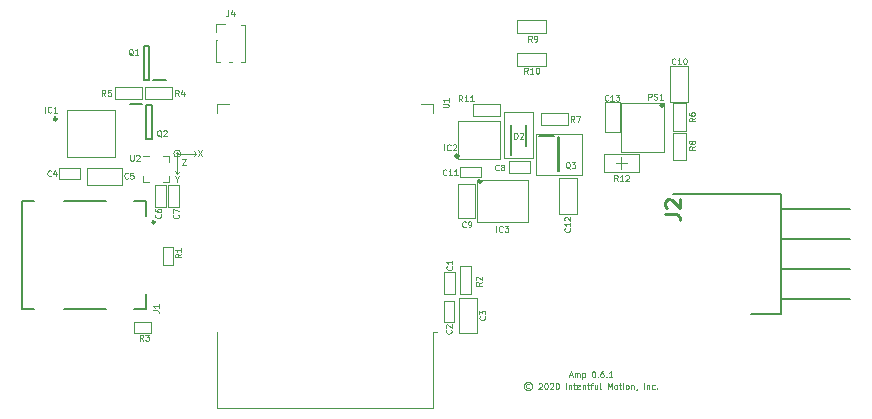
<source format=gbr>
G04 #@! TF.GenerationSoftware,KiCad,Pcbnew,(5.1.5)-3*
G04 #@! TF.CreationDate,2020-03-20T14:52:30-04:00*
G04 #@! TF.ProjectId,amp,616d702e-6b69-4636-9164-5f7063625858,0.6.0*
G04 #@! TF.SameCoordinates,Original*
G04 #@! TF.FileFunction,Legend,Top*
G04 #@! TF.FilePolarity,Positive*
%FSLAX46Y46*%
G04 Gerber Fmt 4.6, Leading zero omitted, Abs format (unit mm)*
G04 Created by KiCad (PCBNEW (5.1.5)-3) date 2020-03-20 14:52:30*
%MOMM*%
%LPD*%
G04 APERTURE LIST*
%ADD10C,0.100000*%
%ADD11C,0.200000*%
%ADD12C,0.250000*%
%ADD13C,0.127000*%
%ADD14C,0.050000*%
%ADD15C,0.120000*%
%ADD16C,0.254000*%
G04 APERTURE END LIST*
D10*
X67300000Y-46300000D02*
G75*
G03X67300000Y-46300000I-300000J0D01*
G01*
X67100000Y-46300000D02*
G75*
G03X67100000Y-46300000I-100000J0D01*
G01*
X67433333Y-46726190D02*
X67766666Y-46726190D01*
X67433333Y-47226190D01*
X67766666Y-47226190D01*
X67000000Y-48488095D02*
X67000000Y-48726190D01*
X66833333Y-48226190D02*
X67000000Y-48488095D01*
X67166666Y-48226190D01*
X68733333Y-46026190D02*
X69066666Y-46526190D01*
X69066666Y-46026190D02*
X68733333Y-46526190D01*
X68600000Y-46300000D02*
X68400000Y-46500000D01*
X68600000Y-46300000D02*
X68400000Y-46100000D01*
X67000000Y-46300000D02*
X68600000Y-46300000D01*
X67000000Y-48000000D02*
X66800000Y-47800000D01*
X67000000Y-48000000D02*
X67200000Y-47800000D01*
X67000000Y-46300000D02*
X67000000Y-48000000D01*
X66550000Y-40700000D02*
X64250000Y-40700000D01*
X66550000Y-41700000D02*
X66550000Y-40700000D01*
X64250000Y-41700000D02*
X66550000Y-41700000D01*
X64250000Y-40700000D02*
X64250000Y-41700000D01*
X64050000Y-40700000D02*
X61750000Y-40700000D01*
X64050000Y-41700000D02*
X64050000Y-40700000D01*
X61750000Y-41700000D02*
X64050000Y-41700000D01*
X61750000Y-40700000D02*
X61750000Y-41700000D01*
X61700000Y-42600000D02*
X57700000Y-42600000D01*
X61700000Y-46600000D02*
X61700000Y-42600000D01*
X57700000Y-46600000D02*
X61700000Y-46600000D01*
X57700000Y-42600000D02*
X57700000Y-46600000D01*
X58800000Y-47550000D02*
X57000000Y-47550000D01*
X58800000Y-48450000D02*
X58800000Y-47550000D01*
X57000000Y-48450000D02*
X58800000Y-48450000D01*
X57000000Y-47550000D02*
X57000000Y-48450000D01*
X62350000Y-47500000D02*
X59350000Y-47500000D01*
X62350000Y-49000000D02*
X62350000Y-47500000D01*
X59350000Y-49000000D02*
X62350000Y-49000000D01*
X59350000Y-47500000D02*
X59350000Y-49000000D01*
X67150000Y-49000000D02*
X66250000Y-49000000D01*
X67150000Y-50800000D02*
X67150000Y-49000000D01*
X66250000Y-50800000D02*
X67150000Y-50800000D01*
X66250000Y-49000000D02*
X66250000Y-50800000D01*
X65200000Y-49000000D02*
X65150000Y-49000000D01*
X66050000Y-49000000D02*
X65200000Y-49000000D01*
X66050000Y-50800000D02*
X66050000Y-49000000D01*
X65150000Y-50800000D02*
X66050000Y-50800000D01*
X65150000Y-49000000D02*
X65150000Y-50800000D01*
X66650000Y-54300000D02*
X66650000Y-54250000D01*
X66650000Y-55700000D02*
X66650000Y-54300000D01*
X65750000Y-55700000D02*
X66650000Y-55700000D01*
X65750000Y-54250000D02*
X65750000Y-55700000D01*
X66650000Y-54250000D02*
X65750000Y-54250000D01*
X64750000Y-60550000D02*
X63300000Y-60550000D01*
X64750000Y-61450000D02*
X64750000Y-60550000D01*
X63300000Y-61450000D02*
X64750000Y-61450000D01*
X63300000Y-60550000D02*
X63300000Y-61450000D01*
X98200000Y-37750000D02*
X98150000Y-37750000D01*
X98200000Y-38850000D02*
X98200000Y-37750000D01*
X95800000Y-38850000D02*
X98200000Y-38850000D01*
X95800000Y-37750000D02*
X95800000Y-38850000D01*
X98150000Y-37750000D02*
X95800000Y-37750000D01*
X98200000Y-35000000D02*
X98200000Y-34950000D01*
X98200000Y-36050000D02*
X98200000Y-35000000D01*
X95800000Y-36050000D02*
X98200000Y-36050000D01*
X95800000Y-34950000D02*
X95800000Y-36050000D01*
X98200000Y-34950000D02*
X95800000Y-34950000D01*
X108750000Y-41900000D02*
X108750000Y-38900000D01*
X110250000Y-41900000D02*
X108750000Y-41900000D01*
X110250000Y-38900000D02*
X110250000Y-41900000D01*
X108750000Y-38900000D02*
X110250000Y-38900000D01*
X110050000Y-44550000D02*
X108950000Y-44550000D01*
X110050000Y-46850000D02*
X110050000Y-44550000D01*
X108950000Y-46850000D02*
X110050000Y-46850000D01*
X108950000Y-44550000D02*
X108950000Y-46850000D01*
X110050000Y-42050000D02*
X108950000Y-42050000D01*
X110050000Y-44350000D02*
X110050000Y-42050000D01*
X108950000Y-44350000D02*
X110050000Y-44350000D01*
X108950000Y-42050000D02*
X108950000Y-44350000D01*
X108200000Y-42000000D02*
X104600000Y-42000000D01*
X108200000Y-46200000D02*
X108200000Y-42000000D01*
X104600000Y-46200000D02*
X108200000Y-46200000D01*
X104600000Y-42000000D02*
X104600000Y-46200000D01*
X104450000Y-42000000D02*
X104450000Y-41950000D01*
X104450000Y-44450000D02*
X104450000Y-42000000D01*
X103200000Y-44450000D02*
X104450000Y-44450000D01*
X103200000Y-41950000D02*
X103200000Y-44450000D01*
X104450000Y-41950000D02*
X103200000Y-41950000D01*
X106050000Y-46350000D02*
X103150000Y-46350000D01*
X106050000Y-47850000D02*
X106050000Y-46350000D01*
X103150000Y-47850000D02*
X106050000Y-47850000D01*
X103150000Y-46350000D02*
X103150000Y-47850000D01*
X100850000Y-48400000D02*
X99350000Y-48400000D01*
X100850000Y-51400000D02*
X100850000Y-48400000D01*
X99350000Y-51400000D02*
X100850000Y-51400000D01*
X99350000Y-48400000D02*
X99350000Y-51400000D01*
X96650000Y-48500000D02*
X92400000Y-48500000D01*
X96650000Y-52100000D02*
X96650000Y-48500000D01*
X92400000Y-52100000D02*
X96650000Y-52100000D01*
X92400000Y-48500000D02*
X92400000Y-52100000D01*
X96900000Y-46950000D02*
X95050000Y-46950000D01*
X96900000Y-47950000D02*
X96900000Y-46950000D01*
X95050000Y-47950000D02*
X96900000Y-47950000D01*
X95050000Y-46950000D02*
X95050000Y-47950000D01*
X97750000Y-42850000D02*
X97750000Y-43850000D01*
X100050000Y-42850000D02*
X97750000Y-42850000D01*
X100050000Y-43850000D02*
X100050000Y-42850000D01*
X97750000Y-43850000D02*
X100050000Y-43850000D01*
X97400000Y-44600000D02*
X97350000Y-44600000D01*
X101250000Y-44600000D02*
X97400000Y-44600000D01*
X101250000Y-48100000D02*
X101250000Y-44600000D01*
X97350000Y-48100000D02*
X101250000Y-48100000D01*
X97350000Y-44600000D02*
X97350000Y-48100000D01*
X97100000Y-42800000D02*
X94700000Y-42800000D01*
X97100000Y-46700000D02*
X97100000Y-42800000D01*
X94700000Y-46700000D02*
X97100000Y-46700000D01*
X94700000Y-42800000D02*
X94700000Y-46700000D01*
X92000000Y-42100000D02*
X92000000Y-43100000D01*
X94300000Y-42100000D02*
X92000000Y-42100000D01*
X94300000Y-43100000D02*
X94300000Y-42100000D01*
X92000000Y-43100000D02*
X94300000Y-43100000D01*
X90800000Y-43550000D02*
X90800000Y-46750000D01*
X94300000Y-43550000D02*
X90800000Y-43550000D01*
X94300000Y-46750000D02*
X94300000Y-43550000D01*
X90800000Y-46750000D02*
X94300000Y-46750000D01*
X90950000Y-48250000D02*
X90950000Y-48300000D01*
X90950000Y-47400000D02*
X90950000Y-48250000D01*
X92750000Y-47400000D02*
X90950000Y-47400000D01*
X92750000Y-48300000D02*
X92750000Y-47400000D01*
X90950000Y-48300000D02*
X92750000Y-48300000D01*
X92200000Y-51750000D02*
X92200000Y-48850000D01*
X90800000Y-51750000D02*
X92200000Y-51750000D01*
X92200000Y-48850000D02*
X90800000Y-48850000D01*
X90800000Y-48850000D02*
X90800000Y-51750000D01*
X90550000Y-58200000D02*
X90550000Y-56350000D01*
X90500000Y-58200000D02*
X90550000Y-58200000D01*
X89600000Y-58200000D02*
X90500000Y-58200000D01*
X89600000Y-56350000D02*
X89600000Y-58200000D01*
X90550000Y-56350000D02*
X89600000Y-56350000D01*
X91900000Y-58150000D02*
X91900000Y-55850000D01*
X90900000Y-58150000D02*
X91900000Y-58150000D01*
X90900000Y-55850000D02*
X90900000Y-58150000D01*
X91900000Y-55850000D02*
X90900000Y-55850000D01*
X89550000Y-60550000D02*
X90450000Y-60550000D01*
X89550000Y-58750000D02*
X89550000Y-60550000D01*
X90450000Y-58750000D02*
X89550000Y-58750000D01*
X90450000Y-60550000D02*
X90450000Y-58750000D01*
X90850000Y-58500000D02*
X90850000Y-61500000D01*
X92350000Y-58500000D02*
X90850000Y-58500000D01*
X92350000Y-61500000D02*
X92350000Y-58500000D01*
X90850000Y-61500000D02*
X92350000Y-61500000D01*
X100178571Y-65083333D02*
X100416666Y-65083333D01*
X100130952Y-65226190D02*
X100297619Y-64726190D01*
X100464285Y-65226190D01*
X100630952Y-65226190D02*
X100630952Y-64892857D01*
X100630952Y-64940476D02*
X100654761Y-64916666D01*
X100702380Y-64892857D01*
X100773809Y-64892857D01*
X100821428Y-64916666D01*
X100845238Y-64964285D01*
X100845238Y-65226190D01*
X100845238Y-64964285D02*
X100869047Y-64916666D01*
X100916666Y-64892857D01*
X100988095Y-64892857D01*
X101035714Y-64916666D01*
X101059523Y-64964285D01*
X101059523Y-65226190D01*
X101297619Y-64892857D02*
X101297619Y-65392857D01*
X101297619Y-64916666D02*
X101345238Y-64892857D01*
X101440476Y-64892857D01*
X101488095Y-64916666D01*
X101511904Y-64940476D01*
X101535714Y-64988095D01*
X101535714Y-65130952D01*
X101511904Y-65178571D01*
X101488095Y-65202380D01*
X101440476Y-65226190D01*
X101345238Y-65226190D01*
X101297619Y-65202380D01*
X102226190Y-64726190D02*
X102273809Y-64726190D01*
X102321428Y-64750000D01*
X102345238Y-64773809D01*
X102369047Y-64821428D01*
X102392857Y-64916666D01*
X102392857Y-65035714D01*
X102369047Y-65130952D01*
X102345238Y-65178571D01*
X102321428Y-65202380D01*
X102273809Y-65226190D01*
X102226190Y-65226190D01*
X102178571Y-65202380D01*
X102154761Y-65178571D01*
X102130952Y-65130952D01*
X102107142Y-65035714D01*
X102107142Y-64916666D01*
X102130952Y-64821428D01*
X102154761Y-64773809D01*
X102178571Y-64750000D01*
X102226190Y-64726190D01*
X102607142Y-65178571D02*
X102630952Y-65202380D01*
X102607142Y-65226190D01*
X102583333Y-65202380D01*
X102607142Y-65178571D01*
X102607142Y-65226190D01*
X103059523Y-64726190D02*
X102964285Y-64726190D01*
X102916666Y-64750000D01*
X102892857Y-64773809D01*
X102845238Y-64845238D01*
X102821428Y-64940476D01*
X102821428Y-65130952D01*
X102845238Y-65178571D01*
X102869047Y-65202380D01*
X102916666Y-65226190D01*
X103011904Y-65226190D01*
X103059523Y-65202380D01*
X103083333Y-65178571D01*
X103107142Y-65130952D01*
X103107142Y-65011904D01*
X103083333Y-64964285D01*
X103059523Y-64940476D01*
X103011904Y-64916666D01*
X102916666Y-64916666D01*
X102869047Y-64940476D01*
X102845238Y-64964285D01*
X102821428Y-65011904D01*
X103321428Y-65178571D02*
X103345238Y-65202380D01*
X103321428Y-65226190D01*
X103297619Y-65202380D01*
X103321428Y-65178571D01*
X103321428Y-65226190D01*
X103821428Y-65226190D02*
X103535714Y-65226190D01*
X103678571Y-65226190D02*
X103678571Y-64726190D01*
X103630952Y-64797619D01*
X103583333Y-64845238D01*
X103535714Y-64869047D01*
X96785714Y-65845238D02*
X96738095Y-65821428D01*
X96642857Y-65821428D01*
X96595238Y-65845238D01*
X96547619Y-65892857D01*
X96523809Y-65940476D01*
X96523809Y-66035714D01*
X96547619Y-66083333D01*
X96595238Y-66130952D01*
X96642857Y-66154761D01*
X96738095Y-66154761D01*
X96785714Y-66130952D01*
X96690476Y-65654761D02*
X96571428Y-65678571D01*
X96452380Y-65750000D01*
X96380952Y-65869047D01*
X96357142Y-65988095D01*
X96380952Y-66107142D01*
X96452380Y-66226190D01*
X96571428Y-66297619D01*
X96690476Y-66321428D01*
X96809523Y-66297619D01*
X96928571Y-66226190D01*
X97000000Y-66107142D01*
X97023809Y-65988095D01*
X97000000Y-65869047D01*
X96928571Y-65750000D01*
X96809523Y-65678571D01*
X96690476Y-65654761D01*
X97595238Y-65773809D02*
X97619047Y-65750000D01*
X97666666Y-65726190D01*
X97785714Y-65726190D01*
X97833333Y-65750000D01*
X97857142Y-65773809D01*
X97880952Y-65821428D01*
X97880952Y-65869047D01*
X97857142Y-65940476D01*
X97571428Y-66226190D01*
X97880952Y-66226190D01*
X98190476Y-65726190D02*
X98238095Y-65726190D01*
X98285714Y-65750000D01*
X98309523Y-65773809D01*
X98333333Y-65821428D01*
X98357142Y-65916666D01*
X98357142Y-66035714D01*
X98333333Y-66130952D01*
X98309523Y-66178571D01*
X98285714Y-66202380D01*
X98238095Y-66226190D01*
X98190476Y-66226190D01*
X98142857Y-66202380D01*
X98119047Y-66178571D01*
X98095238Y-66130952D01*
X98071428Y-66035714D01*
X98071428Y-65916666D01*
X98095238Y-65821428D01*
X98119047Y-65773809D01*
X98142857Y-65750000D01*
X98190476Y-65726190D01*
X98547619Y-65773809D02*
X98571428Y-65750000D01*
X98619047Y-65726190D01*
X98738095Y-65726190D01*
X98785714Y-65750000D01*
X98809523Y-65773809D01*
X98833333Y-65821428D01*
X98833333Y-65869047D01*
X98809523Y-65940476D01*
X98523809Y-66226190D01*
X98833333Y-66226190D01*
X99142857Y-65726190D02*
X99190476Y-65726190D01*
X99238095Y-65750000D01*
X99261904Y-65773809D01*
X99285714Y-65821428D01*
X99309523Y-65916666D01*
X99309523Y-66035714D01*
X99285714Y-66130952D01*
X99261904Y-66178571D01*
X99238095Y-66202380D01*
X99190476Y-66226190D01*
X99142857Y-66226190D01*
X99095238Y-66202380D01*
X99071428Y-66178571D01*
X99047619Y-66130952D01*
X99023809Y-66035714D01*
X99023809Y-65916666D01*
X99047619Y-65821428D01*
X99071428Y-65773809D01*
X99095238Y-65750000D01*
X99142857Y-65726190D01*
X99904761Y-66226190D02*
X99904761Y-65726190D01*
X100142857Y-65892857D02*
X100142857Y-66226190D01*
X100142857Y-65940476D02*
X100166666Y-65916666D01*
X100214285Y-65892857D01*
X100285714Y-65892857D01*
X100333333Y-65916666D01*
X100357142Y-65964285D01*
X100357142Y-66226190D01*
X100523809Y-65892857D02*
X100714285Y-65892857D01*
X100595238Y-65726190D02*
X100595238Y-66154761D01*
X100619047Y-66202380D01*
X100666666Y-66226190D01*
X100714285Y-66226190D01*
X101071428Y-66202380D02*
X101023809Y-66226190D01*
X100928571Y-66226190D01*
X100880952Y-66202380D01*
X100857142Y-66154761D01*
X100857142Y-65964285D01*
X100880952Y-65916666D01*
X100928571Y-65892857D01*
X101023809Y-65892857D01*
X101071428Y-65916666D01*
X101095238Y-65964285D01*
X101095238Y-66011904D01*
X100857142Y-66059523D01*
X101309523Y-65892857D02*
X101309523Y-66226190D01*
X101309523Y-65940476D02*
X101333333Y-65916666D01*
X101380952Y-65892857D01*
X101452380Y-65892857D01*
X101500000Y-65916666D01*
X101523809Y-65964285D01*
X101523809Y-66226190D01*
X101690476Y-65892857D02*
X101880952Y-65892857D01*
X101761904Y-65726190D02*
X101761904Y-66154761D01*
X101785714Y-66202380D01*
X101833333Y-66226190D01*
X101880952Y-66226190D01*
X101976190Y-65892857D02*
X102166666Y-65892857D01*
X102047619Y-66226190D02*
X102047619Y-65797619D01*
X102071428Y-65750000D01*
X102119047Y-65726190D01*
X102166666Y-65726190D01*
X102547619Y-65892857D02*
X102547619Y-66226190D01*
X102333333Y-65892857D02*
X102333333Y-66154761D01*
X102357142Y-66202380D01*
X102404761Y-66226190D01*
X102476190Y-66226190D01*
X102523809Y-66202380D01*
X102547619Y-66178571D01*
X102857142Y-66226190D02*
X102809523Y-66202380D01*
X102785714Y-66154761D01*
X102785714Y-65726190D01*
X103428571Y-66226190D02*
X103428571Y-65726190D01*
X103595238Y-66083333D01*
X103761904Y-65726190D01*
X103761904Y-66226190D01*
X104071428Y-66226190D02*
X104023809Y-66202380D01*
X104000000Y-66178571D01*
X103976190Y-66130952D01*
X103976190Y-65988095D01*
X104000000Y-65940476D01*
X104023809Y-65916666D01*
X104071428Y-65892857D01*
X104142857Y-65892857D01*
X104190476Y-65916666D01*
X104214285Y-65940476D01*
X104238095Y-65988095D01*
X104238095Y-66130952D01*
X104214285Y-66178571D01*
X104190476Y-66202380D01*
X104142857Y-66226190D01*
X104071428Y-66226190D01*
X104380952Y-65892857D02*
X104571428Y-65892857D01*
X104452380Y-65726190D02*
X104452380Y-66154761D01*
X104476190Y-66202380D01*
X104523809Y-66226190D01*
X104571428Y-66226190D01*
X104738095Y-66226190D02*
X104738095Y-65892857D01*
X104738095Y-65726190D02*
X104714285Y-65750000D01*
X104738095Y-65773809D01*
X104761904Y-65750000D01*
X104738095Y-65726190D01*
X104738095Y-65773809D01*
X105047619Y-66226190D02*
X105000000Y-66202380D01*
X104976190Y-66178571D01*
X104952380Y-66130952D01*
X104952380Y-65988095D01*
X104976190Y-65940476D01*
X105000000Y-65916666D01*
X105047619Y-65892857D01*
X105119047Y-65892857D01*
X105166666Y-65916666D01*
X105190476Y-65940476D01*
X105214285Y-65988095D01*
X105214285Y-66130952D01*
X105190476Y-66178571D01*
X105166666Y-66202380D01*
X105119047Y-66226190D01*
X105047619Y-66226190D01*
X105428571Y-65892857D02*
X105428571Y-66226190D01*
X105428571Y-65940476D02*
X105452380Y-65916666D01*
X105500000Y-65892857D01*
X105571428Y-65892857D01*
X105619047Y-65916666D01*
X105642857Y-65964285D01*
X105642857Y-66226190D01*
X105904761Y-66202380D02*
X105904761Y-66226190D01*
X105880952Y-66273809D01*
X105857142Y-66297619D01*
X106500000Y-66226190D02*
X106500000Y-65726190D01*
X106738095Y-65892857D02*
X106738095Y-66226190D01*
X106738095Y-65940476D02*
X106761904Y-65916666D01*
X106809523Y-65892857D01*
X106880952Y-65892857D01*
X106928571Y-65916666D01*
X106952380Y-65964285D01*
X106952380Y-66226190D01*
X107404761Y-66202380D02*
X107357142Y-66226190D01*
X107261904Y-66226190D01*
X107214285Y-66202380D01*
X107190476Y-66178571D01*
X107166666Y-66130952D01*
X107166666Y-65988095D01*
X107190476Y-65940476D01*
X107214285Y-65916666D01*
X107261904Y-65892857D01*
X107357142Y-65892857D01*
X107404761Y-65916666D01*
X107619047Y-66178571D02*
X107642857Y-66202380D01*
X107619047Y-66226190D01*
X107595238Y-66202380D01*
X107619047Y-66178571D01*
X107619047Y-66226190D01*
D11*
X118140000Y-58620000D02*
X123980000Y-58620000D01*
X118140000Y-56080000D02*
X123980000Y-56080000D01*
X118140000Y-53540000D02*
X123980000Y-53540000D01*
X118140000Y-51000000D02*
X123980000Y-51000000D01*
X118140000Y-59890000D02*
X115600000Y-59890000D01*
X118140000Y-49730000D02*
X118140000Y-59890000D01*
X109000000Y-49730000D02*
X118140000Y-49730000D01*
D12*
X65100000Y-52100000D02*
G75*
G03X65100000Y-52100000I-100000J0D01*
G01*
D13*
X64310000Y-59500000D02*
X64310000Y-58200000D01*
X64310000Y-59500000D02*
X63300000Y-59500000D01*
X61000000Y-59500000D02*
X57400000Y-59500000D01*
X54900000Y-59500000D02*
X53810000Y-59500000D01*
X54900000Y-50300000D02*
X53810000Y-50300000D01*
X61000000Y-50300000D02*
X57400000Y-50300000D01*
X64310000Y-50300000D02*
X63300000Y-50300000D01*
X64310000Y-51600000D02*
X64310000Y-50300000D01*
X53810000Y-59500000D02*
X53810000Y-50300000D01*
D11*
X96550000Y-45625000D02*
X96550000Y-43875000D01*
X95250000Y-46412000D02*
X95250000Y-43875000D01*
D12*
X56800000Y-43375000D02*
G75*
G03X56800000Y-43375000I-125000J0D01*
G01*
X90800000Y-46500000D02*
G75*
G03X90800000Y-46500000I-125000J0D01*
G01*
X92725000Y-48650000D02*
G75*
G03X92725000Y-48650000I-125000J0D01*
G01*
X108175000Y-42225000D02*
G75*
G03X108175000Y-42225000I-125000J0D01*
G01*
D11*
X66025000Y-40100000D02*
X64975000Y-40100000D01*
X64625000Y-37150000D02*
X64625000Y-40050000D01*
X64175000Y-37150000D02*
X64625000Y-37150000D01*
X64175000Y-40050000D02*
X64175000Y-37150000D01*
X64625000Y-40050000D02*
X64175000Y-40050000D01*
X62975000Y-42100000D02*
X64025000Y-42100000D01*
X64375000Y-45050000D02*
X64375000Y-42150000D01*
X64825000Y-45050000D02*
X64375000Y-45050000D01*
X64825000Y-42150000D02*
X64825000Y-45050000D01*
X64375000Y-42150000D02*
X64825000Y-42150000D01*
X97600000Y-44850000D02*
X98900000Y-44850000D01*
X99250000Y-47810000D02*
X99250000Y-44890000D01*
X99350000Y-47810000D02*
X99250000Y-47810000D01*
X99350000Y-44890000D02*
X99350000Y-47810000D01*
X99250000Y-44890000D02*
X99350000Y-44890000D01*
D14*
X105100000Y-47100000D02*
X104100000Y-47100000D01*
X104600000Y-46600000D02*
X104600000Y-47600000D01*
D15*
X88620000Y-61445000D02*
X89000000Y-61445000D01*
X88620000Y-67865000D02*
X88620000Y-61445000D01*
X70380000Y-67865000D02*
X70380000Y-61445000D01*
X88620000Y-67865000D02*
X70380000Y-67865000D01*
X70380000Y-42120000D02*
X71380000Y-42120000D01*
X70380000Y-42900000D02*
X70380000Y-42120000D01*
X88620000Y-42120000D02*
X87620000Y-42120000D01*
X88620000Y-42900000D02*
X88620000Y-42120000D01*
X65800000Y-46500000D02*
X66300000Y-46500000D01*
X66300000Y-46500000D02*
X66300000Y-47000000D01*
X66300000Y-47000000D02*
X66300000Y-47000000D01*
X66300000Y-48200000D02*
X66300000Y-48700000D01*
X66300000Y-48700000D02*
X65800000Y-48700000D01*
X65800000Y-48700000D02*
X65800000Y-48700000D01*
X64600000Y-48700000D02*
X64100000Y-48700000D01*
X64100000Y-48700000D02*
X64100000Y-48200000D01*
X64100000Y-48200000D02*
X64100000Y-48200000D01*
X64600000Y-46500000D02*
X64100000Y-46500000D01*
X64100000Y-46500000D02*
X64100000Y-46500000D01*
X70290000Y-35315000D02*
X71000000Y-35315000D01*
X70290000Y-36000000D02*
X70290000Y-35315000D01*
X72394493Y-35440000D02*
X72710000Y-35440000D01*
X70290000Y-36685000D02*
X70391724Y-36685000D01*
X72710000Y-35440000D02*
X72710000Y-38560000D01*
X70290000Y-36685000D02*
X70290000Y-38560000D01*
X71394493Y-38560000D02*
X71605507Y-38560000D01*
X72394493Y-38560000D02*
X72710000Y-38560000D01*
X70290000Y-38560000D02*
X70605507Y-38560000D01*
D16*
X108304523Y-51423333D02*
X109211666Y-51423333D01*
X109393095Y-51483809D01*
X109514047Y-51604761D01*
X109574523Y-51786190D01*
X109574523Y-51907142D01*
X108425476Y-50879047D02*
X108365000Y-50818571D01*
X108304523Y-50697619D01*
X108304523Y-50395238D01*
X108365000Y-50274285D01*
X108425476Y-50213809D01*
X108546428Y-50153333D01*
X108667380Y-50153333D01*
X108848809Y-50213809D01*
X109574523Y-50939523D01*
X109574523Y-50153333D01*
D10*
X64926190Y-59566666D02*
X65283333Y-59566666D01*
X65354761Y-59590476D01*
X65402380Y-59638095D01*
X65426190Y-59709523D01*
X65426190Y-59757142D01*
X65426190Y-59066666D02*
X65426190Y-59352380D01*
X65426190Y-59209523D02*
X64926190Y-59209523D01*
X64997619Y-59257142D01*
X65045238Y-59304761D01*
X65069047Y-59352380D01*
X96678571Y-39526190D02*
X96511904Y-39288095D01*
X96392857Y-39526190D02*
X96392857Y-39026190D01*
X96583333Y-39026190D01*
X96630952Y-39050000D01*
X96654761Y-39073809D01*
X96678571Y-39121428D01*
X96678571Y-39192857D01*
X96654761Y-39240476D01*
X96630952Y-39264285D01*
X96583333Y-39288095D01*
X96392857Y-39288095D01*
X97154761Y-39526190D02*
X96869047Y-39526190D01*
X97011904Y-39526190D02*
X97011904Y-39026190D01*
X96964285Y-39097619D01*
X96916666Y-39145238D01*
X96869047Y-39169047D01*
X97464285Y-39026190D02*
X97511904Y-39026190D01*
X97559523Y-39050000D01*
X97583333Y-39073809D01*
X97607142Y-39121428D01*
X97630952Y-39216666D01*
X97630952Y-39335714D01*
X97607142Y-39430952D01*
X97583333Y-39478571D01*
X97559523Y-39502380D01*
X97511904Y-39526190D01*
X97464285Y-39526190D01*
X97416666Y-39502380D01*
X97392857Y-39478571D01*
X97369047Y-39430952D01*
X97345238Y-39335714D01*
X97345238Y-39216666D01*
X97369047Y-39121428D01*
X97392857Y-39073809D01*
X97416666Y-39050000D01*
X97464285Y-39026190D01*
X97016666Y-36826190D02*
X96850000Y-36588095D01*
X96730952Y-36826190D02*
X96730952Y-36326190D01*
X96921428Y-36326190D01*
X96969047Y-36350000D01*
X96992857Y-36373809D01*
X97016666Y-36421428D01*
X97016666Y-36492857D01*
X96992857Y-36540476D01*
X96969047Y-36564285D01*
X96921428Y-36588095D01*
X96730952Y-36588095D01*
X97254761Y-36826190D02*
X97350000Y-36826190D01*
X97397619Y-36802380D01*
X97421428Y-36778571D01*
X97469047Y-36707142D01*
X97492857Y-36611904D01*
X97492857Y-36421428D01*
X97469047Y-36373809D01*
X97445238Y-36350000D01*
X97397619Y-36326190D01*
X97302380Y-36326190D01*
X97254761Y-36350000D01*
X97230952Y-36373809D01*
X97207142Y-36421428D01*
X97207142Y-36540476D01*
X97230952Y-36588095D01*
X97254761Y-36611904D01*
X97302380Y-36635714D01*
X97397619Y-36635714D01*
X97445238Y-36611904D01*
X97469047Y-36588095D01*
X97492857Y-36540476D01*
X89778571Y-48078571D02*
X89754761Y-48102380D01*
X89683333Y-48126190D01*
X89635714Y-48126190D01*
X89564285Y-48102380D01*
X89516666Y-48054761D01*
X89492857Y-48007142D01*
X89469047Y-47911904D01*
X89469047Y-47840476D01*
X89492857Y-47745238D01*
X89516666Y-47697619D01*
X89564285Y-47650000D01*
X89635714Y-47626190D01*
X89683333Y-47626190D01*
X89754761Y-47650000D01*
X89778571Y-47673809D01*
X90254761Y-48126190D02*
X89969047Y-48126190D01*
X90111904Y-48126190D02*
X90111904Y-47626190D01*
X90064285Y-47697619D01*
X90016666Y-47745238D01*
X89969047Y-47769047D01*
X90730952Y-48126190D02*
X90445238Y-48126190D01*
X90588095Y-48126190D02*
X90588095Y-47626190D01*
X90540476Y-47697619D01*
X90492857Y-47745238D01*
X90445238Y-47769047D01*
X103478571Y-41778571D02*
X103454761Y-41802380D01*
X103383333Y-41826190D01*
X103335714Y-41826190D01*
X103264285Y-41802380D01*
X103216666Y-41754761D01*
X103192857Y-41707142D01*
X103169047Y-41611904D01*
X103169047Y-41540476D01*
X103192857Y-41445238D01*
X103216666Y-41397619D01*
X103264285Y-41350000D01*
X103335714Y-41326190D01*
X103383333Y-41326190D01*
X103454761Y-41350000D01*
X103478571Y-41373809D01*
X103954761Y-41826190D02*
X103669047Y-41826190D01*
X103811904Y-41826190D02*
X103811904Y-41326190D01*
X103764285Y-41397619D01*
X103716666Y-41445238D01*
X103669047Y-41469047D01*
X104121428Y-41326190D02*
X104430952Y-41326190D01*
X104264285Y-41516666D01*
X104335714Y-41516666D01*
X104383333Y-41540476D01*
X104407142Y-41564285D01*
X104430952Y-41611904D01*
X104430952Y-41730952D01*
X104407142Y-41778571D01*
X104383333Y-41802380D01*
X104335714Y-41826190D01*
X104192857Y-41826190D01*
X104145238Y-41802380D01*
X104121428Y-41778571D01*
X95530952Y-45026190D02*
X95530952Y-44526190D01*
X95650000Y-44526190D01*
X95721428Y-44550000D01*
X95769047Y-44597619D01*
X95792857Y-44645238D01*
X95816666Y-44740476D01*
X95816666Y-44811904D01*
X95792857Y-44907142D01*
X95769047Y-44954761D01*
X95721428Y-45002380D01*
X95650000Y-45026190D01*
X95530952Y-45026190D01*
X96007142Y-44573809D02*
X96030952Y-44550000D01*
X96078571Y-44526190D01*
X96197619Y-44526190D01*
X96245238Y-44550000D01*
X96269047Y-44573809D01*
X96292857Y-44621428D01*
X96292857Y-44669047D01*
X96269047Y-44740476D01*
X95983333Y-45026190D01*
X96292857Y-45026190D01*
X55811904Y-42826190D02*
X55811904Y-42326190D01*
X56335714Y-42778571D02*
X56311904Y-42802380D01*
X56240476Y-42826190D01*
X56192857Y-42826190D01*
X56121428Y-42802380D01*
X56073809Y-42754761D01*
X56050000Y-42707142D01*
X56026190Y-42611904D01*
X56026190Y-42540476D01*
X56050000Y-42445238D01*
X56073809Y-42397619D01*
X56121428Y-42350000D01*
X56192857Y-42326190D01*
X56240476Y-42326190D01*
X56311904Y-42350000D01*
X56335714Y-42373809D01*
X56811904Y-42826190D02*
X56526190Y-42826190D01*
X56669047Y-42826190D02*
X56669047Y-42326190D01*
X56621428Y-42397619D01*
X56573809Y-42445238D01*
X56526190Y-42469047D01*
X89611904Y-46026190D02*
X89611904Y-45526190D01*
X90135714Y-45978571D02*
X90111904Y-46002380D01*
X90040476Y-46026190D01*
X89992857Y-46026190D01*
X89921428Y-46002380D01*
X89873809Y-45954761D01*
X89850000Y-45907142D01*
X89826190Y-45811904D01*
X89826190Y-45740476D01*
X89850000Y-45645238D01*
X89873809Y-45597619D01*
X89921428Y-45550000D01*
X89992857Y-45526190D01*
X90040476Y-45526190D01*
X90111904Y-45550000D01*
X90135714Y-45573809D01*
X90326190Y-45573809D02*
X90350000Y-45550000D01*
X90397619Y-45526190D01*
X90516666Y-45526190D01*
X90564285Y-45550000D01*
X90588095Y-45573809D01*
X90611904Y-45621428D01*
X90611904Y-45669047D01*
X90588095Y-45740476D01*
X90302380Y-46026190D01*
X90611904Y-46026190D01*
X94011904Y-52926190D02*
X94011904Y-52426190D01*
X94535714Y-52878571D02*
X94511904Y-52902380D01*
X94440476Y-52926190D01*
X94392857Y-52926190D01*
X94321428Y-52902380D01*
X94273809Y-52854761D01*
X94250000Y-52807142D01*
X94226190Y-52711904D01*
X94226190Y-52640476D01*
X94250000Y-52545238D01*
X94273809Y-52497619D01*
X94321428Y-52450000D01*
X94392857Y-52426190D01*
X94440476Y-52426190D01*
X94511904Y-52450000D01*
X94535714Y-52473809D01*
X94702380Y-52426190D02*
X95011904Y-52426190D01*
X94845238Y-52616666D01*
X94916666Y-52616666D01*
X94964285Y-52640476D01*
X94988095Y-52664285D01*
X95011904Y-52711904D01*
X95011904Y-52830952D01*
X94988095Y-52878571D01*
X94964285Y-52902380D01*
X94916666Y-52926190D01*
X94773809Y-52926190D01*
X94726190Y-52902380D01*
X94702380Y-52878571D01*
X106892857Y-41726190D02*
X106892857Y-41226190D01*
X107083333Y-41226190D01*
X107130952Y-41250000D01*
X107154761Y-41273809D01*
X107178571Y-41321428D01*
X107178571Y-41392857D01*
X107154761Y-41440476D01*
X107130952Y-41464285D01*
X107083333Y-41488095D01*
X106892857Y-41488095D01*
X107369047Y-41702380D02*
X107440476Y-41726190D01*
X107559523Y-41726190D01*
X107607142Y-41702380D01*
X107630952Y-41678571D01*
X107654761Y-41630952D01*
X107654761Y-41583333D01*
X107630952Y-41535714D01*
X107607142Y-41511904D01*
X107559523Y-41488095D01*
X107464285Y-41464285D01*
X107416666Y-41440476D01*
X107392857Y-41416666D01*
X107369047Y-41369047D01*
X107369047Y-41321428D01*
X107392857Y-41273809D01*
X107416666Y-41250000D01*
X107464285Y-41226190D01*
X107583333Y-41226190D01*
X107654761Y-41250000D01*
X108130952Y-41726190D02*
X107845238Y-41726190D01*
X107988095Y-41726190D02*
X107988095Y-41226190D01*
X107940476Y-41297619D01*
X107892857Y-41345238D01*
X107845238Y-41369047D01*
X63252380Y-37973809D02*
X63204761Y-37950000D01*
X63157142Y-37902380D01*
X63085714Y-37830952D01*
X63038095Y-37807142D01*
X62990476Y-37807142D01*
X63014285Y-37926190D02*
X62966666Y-37902380D01*
X62919047Y-37854761D01*
X62895238Y-37759523D01*
X62895238Y-37592857D01*
X62919047Y-37497619D01*
X62966666Y-37450000D01*
X63014285Y-37426190D01*
X63109523Y-37426190D01*
X63157142Y-37450000D01*
X63204761Y-37497619D01*
X63228571Y-37592857D01*
X63228571Y-37759523D01*
X63204761Y-37854761D01*
X63157142Y-37902380D01*
X63109523Y-37926190D01*
X63014285Y-37926190D01*
X63704761Y-37926190D02*
X63419047Y-37926190D01*
X63561904Y-37926190D02*
X63561904Y-37426190D01*
X63514285Y-37497619D01*
X63466666Y-37545238D01*
X63419047Y-37569047D01*
X65652380Y-44873809D02*
X65604761Y-44850000D01*
X65557142Y-44802380D01*
X65485714Y-44730952D01*
X65438095Y-44707142D01*
X65390476Y-44707142D01*
X65414285Y-44826190D02*
X65366666Y-44802380D01*
X65319047Y-44754761D01*
X65295238Y-44659523D01*
X65295238Y-44492857D01*
X65319047Y-44397619D01*
X65366666Y-44350000D01*
X65414285Y-44326190D01*
X65509523Y-44326190D01*
X65557142Y-44350000D01*
X65604761Y-44397619D01*
X65628571Y-44492857D01*
X65628571Y-44659523D01*
X65604761Y-44754761D01*
X65557142Y-44802380D01*
X65509523Y-44826190D01*
X65414285Y-44826190D01*
X65819047Y-44373809D02*
X65842857Y-44350000D01*
X65890476Y-44326190D01*
X66009523Y-44326190D01*
X66057142Y-44350000D01*
X66080952Y-44373809D01*
X66104761Y-44421428D01*
X66104761Y-44469047D01*
X66080952Y-44540476D01*
X65795238Y-44826190D01*
X66104761Y-44826190D01*
X100252380Y-47573809D02*
X100204761Y-47550000D01*
X100157142Y-47502380D01*
X100085714Y-47430952D01*
X100038095Y-47407142D01*
X99990476Y-47407142D01*
X100014285Y-47526190D02*
X99966666Y-47502380D01*
X99919047Y-47454761D01*
X99895238Y-47359523D01*
X99895238Y-47192857D01*
X99919047Y-47097619D01*
X99966666Y-47050000D01*
X100014285Y-47026190D01*
X100109523Y-47026190D01*
X100157142Y-47050000D01*
X100204761Y-47097619D01*
X100228571Y-47192857D01*
X100228571Y-47359523D01*
X100204761Y-47454761D01*
X100157142Y-47502380D01*
X100109523Y-47526190D01*
X100014285Y-47526190D01*
X100395238Y-47026190D02*
X100704761Y-47026190D01*
X100538095Y-47216666D01*
X100609523Y-47216666D01*
X100657142Y-47240476D01*
X100680952Y-47264285D01*
X100704761Y-47311904D01*
X100704761Y-47430952D01*
X100680952Y-47478571D01*
X100657142Y-47502380D01*
X100609523Y-47526190D01*
X100466666Y-47526190D01*
X100419047Y-47502380D01*
X100395238Y-47478571D01*
X110826190Y-43283333D02*
X110588095Y-43450000D01*
X110826190Y-43569047D02*
X110326190Y-43569047D01*
X110326190Y-43378571D01*
X110350000Y-43330952D01*
X110373809Y-43307142D01*
X110421428Y-43283333D01*
X110492857Y-43283333D01*
X110540476Y-43307142D01*
X110564285Y-43330952D01*
X110588095Y-43378571D01*
X110588095Y-43569047D01*
X110326190Y-42854761D02*
X110326190Y-42950000D01*
X110350000Y-42997619D01*
X110373809Y-43021428D01*
X110445238Y-43069047D01*
X110540476Y-43092857D01*
X110730952Y-43092857D01*
X110778571Y-43069047D01*
X110802380Y-43045238D01*
X110826190Y-42997619D01*
X110826190Y-42902380D01*
X110802380Y-42854761D01*
X110778571Y-42830952D01*
X110730952Y-42807142D01*
X110611904Y-42807142D01*
X110564285Y-42830952D01*
X110540476Y-42854761D01*
X110516666Y-42902380D01*
X110516666Y-42997619D01*
X110540476Y-43045238D01*
X110564285Y-43069047D01*
X110611904Y-43092857D01*
X110826190Y-45683333D02*
X110588095Y-45850000D01*
X110826190Y-45969047D02*
X110326190Y-45969047D01*
X110326190Y-45778571D01*
X110350000Y-45730952D01*
X110373809Y-45707142D01*
X110421428Y-45683333D01*
X110492857Y-45683333D01*
X110540476Y-45707142D01*
X110564285Y-45730952D01*
X110588095Y-45778571D01*
X110588095Y-45969047D01*
X110540476Y-45397619D02*
X110516666Y-45445238D01*
X110492857Y-45469047D01*
X110445238Y-45492857D01*
X110421428Y-45492857D01*
X110373809Y-45469047D01*
X110350000Y-45445238D01*
X110326190Y-45397619D01*
X110326190Y-45302380D01*
X110350000Y-45254761D01*
X110373809Y-45230952D01*
X110421428Y-45207142D01*
X110445238Y-45207142D01*
X110492857Y-45230952D01*
X110516666Y-45254761D01*
X110540476Y-45302380D01*
X110540476Y-45397619D01*
X110564285Y-45445238D01*
X110588095Y-45469047D01*
X110635714Y-45492857D01*
X110730952Y-45492857D01*
X110778571Y-45469047D01*
X110802380Y-45445238D01*
X110826190Y-45397619D01*
X110826190Y-45302380D01*
X110802380Y-45254761D01*
X110778571Y-45230952D01*
X110730952Y-45207142D01*
X110635714Y-45207142D01*
X110588095Y-45230952D01*
X110564285Y-45254761D01*
X110540476Y-45302380D01*
X104278571Y-48626190D02*
X104111904Y-48388095D01*
X103992857Y-48626190D02*
X103992857Y-48126190D01*
X104183333Y-48126190D01*
X104230952Y-48150000D01*
X104254761Y-48173809D01*
X104278571Y-48221428D01*
X104278571Y-48292857D01*
X104254761Y-48340476D01*
X104230952Y-48364285D01*
X104183333Y-48388095D01*
X103992857Y-48388095D01*
X104754761Y-48626190D02*
X104469047Y-48626190D01*
X104611904Y-48626190D02*
X104611904Y-48126190D01*
X104564285Y-48197619D01*
X104516666Y-48245238D01*
X104469047Y-48269047D01*
X104945238Y-48173809D02*
X104969047Y-48150000D01*
X105016666Y-48126190D01*
X105135714Y-48126190D01*
X105183333Y-48150000D01*
X105207142Y-48173809D01*
X105230952Y-48221428D01*
X105230952Y-48269047D01*
X105207142Y-48340476D01*
X104921428Y-48626190D01*
X105230952Y-48626190D01*
X67078571Y-51483333D02*
X67102380Y-51507142D01*
X67126190Y-51578571D01*
X67126190Y-51626190D01*
X67102380Y-51697619D01*
X67054761Y-51745238D01*
X67007142Y-51769047D01*
X66911904Y-51792857D01*
X66840476Y-51792857D01*
X66745238Y-51769047D01*
X66697619Y-51745238D01*
X66650000Y-51697619D01*
X66626190Y-51626190D01*
X66626190Y-51578571D01*
X66650000Y-51507142D01*
X66673809Y-51483333D01*
X66626190Y-51316666D02*
X66626190Y-50983333D01*
X67126190Y-51197619D01*
X91128571Y-41876190D02*
X90961904Y-41638095D01*
X90842857Y-41876190D02*
X90842857Y-41376190D01*
X91033333Y-41376190D01*
X91080952Y-41400000D01*
X91104761Y-41423809D01*
X91128571Y-41471428D01*
X91128571Y-41542857D01*
X91104761Y-41590476D01*
X91080952Y-41614285D01*
X91033333Y-41638095D01*
X90842857Y-41638095D01*
X91604761Y-41876190D02*
X91319047Y-41876190D01*
X91461904Y-41876190D02*
X91461904Y-41376190D01*
X91414285Y-41447619D01*
X91366666Y-41495238D01*
X91319047Y-41519047D01*
X92080952Y-41876190D02*
X91795238Y-41876190D01*
X91938095Y-41876190D02*
X91938095Y-41376190D01*
X91890476Y-41447619D01*
X91842857Y-41495238D01*
X91795238Y-41519047D01*
X89476190Y-42390952D02*
X89880952Y-42390952D01*
X89928571Y-42367142D01*
X89952380Y-42343333D01*
X89976190Y-42295714D01*
X89976190Y-42200476D01*
X89952380Y-42152857D01*
X89928571Y-42129047D01*
X89880952Y-42105238D01*
X89476190Y-42105238D01*
X89976190Y-41605238D02*
X89976190Y-41890952D01*
X89976190Y-41748095D02*
X89476190Y-41748095D01*
X89547619Y-41795714D01*
X89595238Y-41843333D01*
X89619047Y-41890952D01*
X63019047Y-46426190D02*
X63019047Y-46830952D01*
X63042857Y-46878571D01*
X63066666Y-46902380D01*
X63114285Y-46926190D01*
X63209523Y-46926190D01*
X63257142Y-46902380D01*
X63280952Y-46878571D01*
X63304761Y-46830952D01*
X63304761Y-46426190D01*
X63519047Y-46473809D02*
X63542857Y-46450000D01*
X63590476Y-46426190D01*
X63709523Y-46426190D01*
X63757142Y-46450000D01*
X63780952Y-46473809D01*
X63804761Y-46521428D01*
X63804761Y-46569047D01*
X63780952Y-46640476D01*
X63495238Y-46926190D01*
X63804761Y-46926190D01*
X67116666Y-41426190D02*
X66950000Y-41188095D01*
X66830952Y-41426190D02*
X66830952Y-40926190D01*
X67021428Y-40926190D01*
X67069047Y-40950000D01*
X67092857Y-40973809D01*
X67116666Y-41021428D01*
X67116666Y-41092857D01*
X67092857Y-41140476D01*
X67069047Y-41164285D01*
X67021428Y-41188095D01*
X66830952Y-41188095D01*
X67545238Y-41092857D02*
X67545238Y-41426190D01*
X67426190Y-40902380D02*
X67307142Y-41259523D01*
X67616666Y-41259523D01*
X56316666Y-48178571D02*
X56292857Y-48202380D01*
X56221428Y-48226190D01*
X56173809Y-48226190D01*
X56102380Y-48202380D01*
X56054761Y-48154761D01*
X56030952Y-48107142D01*
X56007142Y-48011904D01*
X56007142Y-47940476D01*
X56030952Y-47845238D01*
X56054761Y-47797619D01*
X56102380Y-47750000D01*
X56173809Y-47726190D01*
X56221428Y-47726190D01*
X56292857Y-47750000D01*
X56316666Y-47773809D01*
X56745238Y-47892857D02*
X56745238Y-48226190D01*
X56626190Y-47702380D02*
X56507142Y-48059523D01*
X56816666Y-48059523D01*
X65578571Y-51433333D02*
X65602380Y-51457142D01*
X65626190Y-51528571D01*
X65626190Y-51576190D01*
X65602380Y-51647619D01*
X65554761Y-51695238D01*
X65507142Y-51719047D01*
X65411904Y-51742857D01*
X65340476Y-51742857D01*
X65245238Y-51719047D01*
X65197619Y-51695238D01*
X65150000Y-51647619D01*
X65126190Y-51576190D01*
X65126190Y-51528571D01*
X65150000Y-51457142D01*
X65173809Y-51433333D01*
X65126190Y-51004761D02*
X65126190Y-51100000D01*
X65150000Y-51147619D01*
X65173809Y-51171428D01*
X65245238Y-51219047D01*
X65340476Y-51242857D01*
X65530952Y-51242857D01*
X65578571Y-51219047D01*
X65602380Y-51195238D01*
X65626190Y-51147619D01*
X65626190Y-51052380D01*
X65602380Y-51004761D01*
X65578571Y-50980952D01*
X65530952Y-50957142D01*
X65411904Y-50957142D01*
X65364285Y-50980952D01*
X65340476Y-51004761D01*
X65316666Y-51052380D01*
X65316666Y-51147619D01*
X65340476Y-51195238D01*
X65364285Y-51219047D01*
X65411904Y-51242857D01*
X60916666Y-41426190D02*
X60750000Y-41188095D01*
X60630952Y-41426190D02*
X60630952Y-40926190D01*
X60821428Y-40926190D01*
X60869047Y-40950000D01*
X60892857Y-40973809D01*
X60916666Y-41021428D01*
X60916666Y-41092857D01*
X60892857Y-41140476D01*
X60869047Y-41164285D01*
X60821428Y-41188095D01*
X60630952Y-41188095D01*
X61369047Y-40926190D02*
X61130952Y-40926190D01*
X61107142Y-41164285D01*
X61130952Y-41140476D01*
X61178571Y-41116666D01*
X61297619Y-41116666D01*
X61345238Y-41140476D01*
X61369047Y-41164285D01*
X61392857Y-41211904D01*
X61392857Y-41330952D01*
X61369047Y-41378571D01*
X61345238Y-41402380D01*
X61297619Y-41426190D01*
X61178571Y-41426190D01*
X61130952Y-41402380D01*
X61107142Y-41378571D01*
X94216666Y-47678571D02*
X94192857Y-47702380D01*
X94121428Y-47726190D01*
X94073809Y-47726190D01*
X94002380Y-47702380D01*
X93954761Y-47654761D01*
X93930952Y-47607142D01*
X93907142Y-47511904D01*
X93907142Y-47440476D01*
X93930952Y-47345238D01*
X93954761Y-47297619D01*
X94002380Y-47250000D01*
X94073809Y-47226190D01*
X94121428Y-47226190D01*
X94192857Y-47250000D01*
X94216666Y-47273809D01*
X94502380Y-47440476D02*
X94454761Y-47416666D01*
X94430952Y-47392857D01*
X94407142Y-47345238D01*
X94407142Y-47321428D01*
X94430952Y-47273809D01*
X94454761Y-47250000D01*
X94502380Y-47226190D01*
X94597619Y-47226190D01*
X94645238Y-47250000D01*
X94669047Y-47273809D01*
X94692857Y-47321428D01*
X94692857Y-47345238D01*
X94669047Y-47392857D01*
X94645238Y-47416666D01*
X94597619Y-47440476D01*
X94502380Y-47440476D01*
X94454761Y-47464285D01*
X94430952Y-47488095D01*
X94407142Y-47535714D01*
X94407142Y-47630952D01*
X94430952Y-47678571D01*
X94454761Y-47702380D01*
X94502380Y-47726190D01*
X94597619Y-47726190D01*
X94645238Y-47702380D01*
X94669047Y-47678571D01*
X94692857Y-47630952D01*
X94692857Y-47535714D01*
X94669047Y-47488095D01*
X94645238Y-47464285D01*
X94597619Y-47440476D01*
X92776190Y-57183333D02*
X92538095Y-57350000D01*
X92776190Y-57469047D02*
X92276190Y-57469047D01*
X92276190Y-57278571D01*
X92300000Y-57230952D01*
X92323809Y-57207142D01*
X92371428Y-57183333D01*
X92442857Y-57183333D01*
X92490476Y-57207142D01*
X92514285Y-57230952D01*
X92538095Y-57278571D01*
X92538095Y-57469047D01*
X92323809Y-56992857D02*
X92300000Y-56969047D01*
X92276190Y-56921428D01*
X92276190Y-56802380D01*
X92300000Y-56754761D01*
X92323809Y-56730952D01*
X92371428Y-56707142D01*
X92419047Y-56707142D01*
X92490476Y-56730952D01*
X92776190Y-57016666D01*
X92776190Y-56707142D01*
X71333333Y-34166190D02*
X71333333Y-34523333D01*
X71309523Y-34594761D01*
X71261904Y-34642380D01*
X71190476Y-34666190D01*
X71142857Y-34666190D01*
X71785714Y-34332857D02*
X71785714Y-34666190D01*
X71666666Y-34142380D02*
X71547619Y-34499523D01*
X71857142Y-34499523D01*
X67326190Y-54783333D02*
X67088095Y-54950000D01*
X67326190Y-55069047D02*
X66826190Y-55069047D01*
X66826190Y-54878571D01*
X66850000Y-54830952D01*
X66873809Y-54807142D01*
X66921428Y-54783333D01*
X66992857Y-54783333D01*
X67040476Y-54807142D01*
X67064285Y-54830952D01*
X67088095Y-54878571D01*
X67088095Y-55069047D01*
X67326190Y-54307142D02*
X67326190Y-54592857D01*
X67326190Y-54450000D02*
X66826190Y-54450000D01*
X66897619Y-54497619D01*
X66945238Y-54545238D01*
X66969047Y-54592857D01*
X100616666Y-43626190D02*
X100450000Y-43388095D01*
X100330952Y-43626190D02*
X100330952Y-43126190D01*
X100521428Y-43126190D01*
X100569047Y-43150000D01*
X100592857Y-43173809D01*
X100616666Y-43221428D01*
X100616666Y-43292857D01*
X100592857Y-43340476D01*
X100569047Y-43364285D01*
X100521428Y-43388095D01*
X100330952Y-43388095D01*
X100783333Y-43126190D02*
X101116666Y-43126190D01*
X100902380Y-43626190D01*
X100228571Y-52621428D02*
X100252380Y-52645238D01*
X100276190Y-52716666D01*
X100276190Y-52764285D01*
X100252380Y-52835714D01*
X100204761Y-52883333D01*
X100157142Y-52907142D01*
X100061904Y-52930952D01*
X99990476Y-52930952D01*
X99895238Y-52907142D01*
X99847619Y-52883333D01*
X99800000Y-52835714D01*
X99776190Y-52764285D01*
X99776190Y-52716666D01*
X99800000Y-52645238D01*
X99823809Y-52621428D01*
X100276190Y-52145238D02*
X100276190Y-52430952D01*
X100276190Y-52288095D02*
X99776190Y-52288095D01*
X99847619Y-52335714D01*
X99895238Y-52383333D01*
X99919047Y-52430952D01*
X99823809Y-51954761D02*
X99800000Y-51930952D01*
X99776190Y-51883333D01*
X99776190Y-51764285D01*
X99800000Y-51716666D01*
X99823809Y-51692857D01*
X99871428Y-51669047D01*
X99919047Y-51669047D01*
X99990476Y-51692857D01*
X100276190Y-51978571D01*
X100276190Y-51669047D01*
X109178571Y-38678571D02*
X109154761Y-38702380D01*
X109083333Y-38726190D01*
X109035714Y-38726190D01*
X108964285Y-38702380D01*
X108916666Y-38654761D01*
X108892857Y-38607142D01*
X108869047Y-38511904D01*
X108869047Y-38440476D01*
X108892857Y-38345238D01*
X108916666Y-38297619D01*
X108964285Y-38250000D01*
X109035714Y-38226190D01*
X109083333Y-38226190D01*
X109154761Y-38250000D01*
X109178571Y-38273809D01*
X109654761Y-38726190D02*
X109369047Y-38726190D01*
X109511904Y-38726190D02*
X109511904Y-38226190D01*
X109464285Y-38297619D01*
X109416666Y-38345238D01*
X109369047Y-38369047D01*
X109964285Y-38226190D02*
X110011904Y-38226190D01*
X110059523Y-38250000D01*
X110083333Y-38273809D01*
X110107142Y-38321428D01*
X110130952Y-38416666D01*
X110130952Y-38535714D01*
X110107142Y-38630952D01*
X110083333Y-38678571D01*
X110059523Y-38702380D01*
X110011904Y-38726190D01*
X109964285Y-38726190D01*
X109916666Y-38702380D01*
X109892857Y-38678571D01*
X109869047Y-38630952D01*
X109845238Y-38535714D01*
X109845238Y-38416666D01*
X109869047Y-38321428D01*
X109892857Y-38273809D01*
X109916666Y-38250000D01*
X109964285Y-38226190D01*
X64135666Y-62126190D02*
X63969000Y-61888095D01*
X63849952Y-62126190D02*
X63849952Y-61626190D01*
X64040428Y-61626190D01*
X64088047Y-61650000D01*
X64111857Y-61673809D01*
X64135666Y-61721428D01*
X64135666Y-61792857D01*
X64111857Y-61840476D01*
X64088047Y-61864285D01*
X64040428Y-61888095D01*
X63849952Y-61888095D01*
X64302333Y-61626190D02*
X64611857Y-61626190D01*
X64445190Y-61816666D01*
X64516619Y-61816666D01*
X64564238Y-61840476D01*
X64588047Y-61864285D01*
X64611857Y-61911904D01*
X64611857Y-62030952D01*
X64588047Y-62078571D01*
X64564238Y-62102380D01*
X64516619Y-62126190D01*
X64373761Y-62126190D01*
X64326142Y-62102380D01*
X64302333Y-62078571D01*
X91416666Y-52478571D02*
X91392857Y-52502380D01*
X91321428Y-52526190D01*
X91273809Y-52526190D01*
X91202380Y-52502380D01*
X91154761Y-52454761D01*
X91130952Y-52407142D01*
X91107142Y-52311904D01*
X91107142Y-52240476D01*
X91130952Y-52145238D01*
X91154761Y-52097619D01*
X91202380Y-52050000D01*
X91273809Y-52026190D01*
X91321428Y-52026190D01*
X91392857Y-52050000D01*
X91416666Y-52073809D01*
X91654761Y-52526190D02*
X91750000Y-52526190D01*
X91797619Y-52502380D01*
X91821428Y-52478571D01*
X91869047Y-52407142D01*
X91892857Y-52311904D01*
X91892857Y-52121428D01*
X91869047Y-52073809D01*
X91845238Y-52050000D01*
X91797619Y-52026190D01*
X91702380Y-52026190D01*
X91654761Y-52050000D01*
X91630952Y-52073809D01*
X91607142Y-52121428D01*
X91607142Y-52240476D01*
X91630952Y-52288095D01*
X91654761Y-52311904D01*
X91702380Y-52335714D01*
X91797619Y-52335714D01*
X91845238Y-52311904D01*
X91869047Y-52288095D01*
X91892857Y-52240476D01*
X62816666Y-48378571D02*
X62792857Y-48402380D01*
X62721428Y-48426190D01*
X62673809Y-48426190D01*
X62602380Y-48402380D01*
X62554761Y-48354761D01*
X62530952Y-48307142D01*
X62507142Y-48211904D01*
X62507142Y-48140476D01*
X62530952Y-48045238D01*
X62554761Y-47997619D01*
X62602380Y-47950000D01*
X62673809Y-47926190D01*
X62721428Y-47926190D01*
X62792857Y-47950000D01*
X62816666Y-47973809D01*
X63269047Y-47926190D02*
X63030952Y-47926190D01*
X63007142Y-48164285D01*
X63030952Y-48140476D01*
X63078571Y-48116666D01*
X63197619Y-48116666D01*
X63245238Y-48140476D01*
X63269047Y-48164285D01*
X63292857Y-48211904D01*
X63292857Y-48330952D01*
X63269047Y-48378571D01*
X63245238Y-48402380D01*
X63197619Y-48426190D01*
X63078571Y-48426190D01*
X63030952Y-48402380D01*
X63007142Y-48378571D01*
X90178571Y-61233333D02*
X90202380Y-61257142D01*
X90226190Y-61328571D01*
X90226190Y-61376190D01*
X90202380Y-61447619D01*
X90154761Y-61495238D01*
X90107142Y-61519047D01*
X90011904Y-61542857D01*
X89940476Y-61542857D01*
X89845238Y-61519047D01*
X89797619Y-61495238D01*
X89750000Y-61447619D01*
X89726190Y-61376190D01*
X89726190Y-61328571D01*
X89750000Y-61257142D01*
X89773809Y-61233333D01*
X89773809Y-61042857D02*
X89750000Y-61019047D01*
X89726190Y-60971428D01*
X89726190Y-60852380D01*
X89750000Y-60804761D01*
X89773809Y-60780952D01*
X89821428Y-60757142D01*
X89869047Y-60757142D01*
X89940476Y-60780952D01*
X90226190Y-61066666D01*
X90226190Y-60757142D01*
X93028571Y-60083333D02*
X93052380Y-60107142D01*
X93076190Y-60178571D01*
X93076190Y-60226190D01*
X93052380Y-60297619D01*
X93004761Y-60345238D01*
X92957142Y-60369047D01*
X92861904Y-60392857D01*
X92790476Y-60392857D01*
X92695238Y-60369047D01*
X92647619Y-60345238D01*
X92600000Y-60297619D01*
X92576190Y-60226190D01*
X92576190Y-60178571D01*
X92600000Y-60107142D01*
X92623809Y-60083333D01*
X92576190Y-59916666D02*
X92576190Y-59607142D01*
X92766666Y-59773809D01*
X92766666Y-59702380D01*
X92790476Y-59654761D01*
X92814285Y-59630952D01*
X92861904Y-59607142D01*
X92980952Y-59607142D01*
X93028571Y-59630952D01*
X93052380Y-59654761D01*
X93076190Y-59702380D01*
X93076190Y-59845238D01*
X93052380Y-59892857D01*
X93028571Y-59916666D01*
X90238571Y-55843333D02*
X90262380Y-55867142D01*
X90286190Y-55938571D01*
X90286190Y-55986190D01*
X90262380Y-56057619D01*
X90214761Y-56105238D01*
X90167142Y-56129047D01*
X90071904Y-56152857D01*
X90000476Y-56152857D01*
X89905238Y-56129047D01*
X89857619Y-56105238D01*
X89810000Y-56057619D01*
X89786190Y-55986190D01*
X89786190Y-55938571D01*
X89810000Y-55867142D01*
X89833809Y-55843333D01*
X90286190Y-55367142D02*
X90286190Y-55652857D01*
X90286190Y-55510000D02*
X89786190Y-55510000D01*
X89857619Y-55557619D01*
X89905238Y-55605238D01*
X89929047Y-55652857D01*
M02*

</source>
